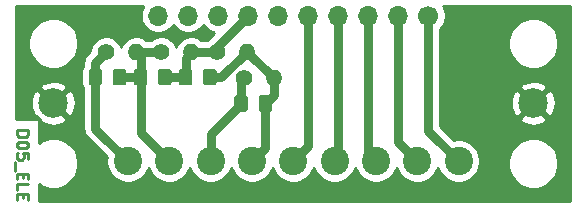
<source format=gbr>
G04 #@! TF.GenerationSoftware,KiCad,Pcbnew,5.1.5-52549c5~86~ubuntu18.04.1*
G04 #@! TF.CreationDate,2020-09-30T17:57:14-05:00*
G04 #@! TF.ProjectId,D05,4430352e-6b69-4636-9164-5f7063625858,rev?*
G04 #@! TF.SameCoordinates,Original*
G04 #@! TF.FileFunction,Copper,L1,Top*
G04 #@! TF.FilePolarity,Positive*
%FSLAX46Y46*%
G04 Gerber Fmt 4.6, Leading zero omitted, Abs format (unit mm)*
G04 Created by KiCad (PCBNEW 5.1.5-52549c5~86~ubuntu18.04.1) date 2020-09-30 17:57:14*
%MOMM*%
%LPD*%
G04 APERTURE LIST*
%ADD10C,0.250000*%
%ADD11C,0.100000*%
%ADD12O,1.400000X1.400000*%
%ADD13C,1.400000*%
%ADD14C,2.400000*%
%ADD15O,1.700000X1.700000*%
%ADD16C,1.700000*%
%ADD17C,2.499360*%
%ADD18C,0.750000*%
%ADD19C,0.254000*%
G04 APERTURE END LIST*
D10*
X20705819Y-31182038D02*
X21705819Y-31182038D01*
X21705819Y-31420133D01*
X21658200Y-31562990D01*
X21562961Y-31658228D01*
X21467723Y-31705847D01*
X21277247Y-31753466D01*
X21134390Y-31753466D01*
X20943914Y-31705847D01*
X20848676Y-31658228D01*
X20753438Y-31562990D01*
X20705819Y-31420133D01*
X20705819Y-31182038D01*
X21705819Y-32372514D02*
X21705819Y-32467752D01*
X21658200Y-32562990D01*
X21610580Y-32610609D01*
X21515342Y-32658228D01*
X21324866Y-32705847D01*
X21086771Y-32705847D01*
X20896295Y-32658228D01*
X20801057Y-32610609D01*
X20753438Y-32562990D01*
X20705819Y-32467752D01*
X20705819Y-32372514D01*
X20753438Y-32277276D01*
X20801057Y-32229657D01*
X20896295Y-32182038D01*
X21086771Y-32134419D01*
X21324866Y-32134419D01*
X21515342Y-32182038D01*
X21610580Y-32229657D01*
X21658200Y-32277276D01*
X21705819Y-32372514D01*
X21705819Y-33610609D02*
X21705819Y-33134419D01*
X21229628Y-33086800D01*
X21277247Y-33134419D01*
X21324866Y-33229657D01*
X21324866Y-33467752D01*
X21277247Y-33562990D01*
X21229628Y-33610609D01*
X21134390Y-33658228D01*
X20896295Y-33658228D01*
X20801057Y-33610609D01*
X20753438Y-33562990D01*
X20705819Y-33467752D01*
X20705819Y-33229657D01*
X20753438Y-33134419D01*
X20801057Y-33086800D01*
X20610580Y-33848704D02*
X20610580Y-34610609D01*
X21229628Y-34848704D02*
X21229628Y-35182038D01*
X20705819Y-35324895D02*
X20705819Y-34848704D01*
X21705819Y-34848704D01*
X21705819Y-35324895D01*
X20705819Y-36229657D02*
X20705819Y-35753466D01*
X21705819Y-35753466D01*
X21229628Y-36562990D02*
X21229628Y-36896323D01*
X20705819Y-37039180D02*
X20705819Y-36562990D01*
X21705819Y-36562990D01*
X21705819Y-37039180D01*
G04 #@! TA.AperFunction,SMDPad,CuDef*
D11*
G36*
X37417105Y-25971204D02*
G01*
X37441373Y-25974804D01*
X37465172Y-25980765D01*
X37488271Y-25989030D01*
X37510450Y-25999520D01*
X37531493Y-26012132D01*
X37551199Y-26026747D01*
X37569377Y-26043223D01*
X37585853Y-26061401D01*
X37600468Y-26081107D01*
X37613080Y-26102150D01*
X37623570Y-26124329D01*
X37631835Y-26147428D01*
X37637796Y-26171227D01*
X37641396Y-26195495D01*
X37642600Y-26219999D01*
X37642600Y-27120001D01*
X37641396Y-27144505D01*
X37637796Y-27168773D01*
X37631835Y-27192572D01*
X37623570Y-27215671D01*
X37613080Y-27237850D01*
X37600468Y-27258893D01*
X37585853Y-27278599D01*
X37569377Y-27296777D01*
X37551199Y-27313253D01*
X37531493Y-27327868D01*
X37510450Y-27340480D01*
X37488271Y-27350970D01*
X37465172Y-27359235D01*
X37441373Y-27365196D01*
X37417105Y-27368796D01*
X37392601Y-27370000D01*
X36742599Y-27370000D01*
X36718095Y-27368796D01*
X36693827Y-27365196D01*
X36670028Y-27359235D01*
X36646929Y-27350970D01*
X36624750Y-27340480D01*
X36603707Y-27327868D01*
X36584001Y-27313253D01*
X36565823Y-27296777D01*
X36549347Y-27278599D01*
X36534732Y-27258893D01*
X36522120Y-27237850D01*
X36511630Y-27215671D01*
X36503365Y-27192572D01*
X36497404Y-27168773D01*
X36493804Y-27144505D01*
X36492600Y-27120001D01*
X36492600Y-26219999D01*
X36493804Y-26195495D01*
X36497404Y-26171227D01*
X36503365Y-26147428D01*
X36511630Y-26124329D01*
X36522120Y-26102150D01*
X36534732Y-26081107D01*
X36549347Y-26061401D01*
X36565823Y-26043223D01*
X36584001Y-26026747D01*
X36603707Y-26012132D01*
X36624750Y-25999520D01*
X36646929Y-25989030D01*
X36670028Y-25980765D01*
X36693827Y-25974804D01*
X36718095Y-25971204D01*
X36742599Y-25970000D01*
X37392601Y-25970000D01*
X37417105Y-25971204D01*
G37*
G04 #@! TD.AperFunction*
G04 #@! TA.AperFunction,SMDPad,CuDef*
G36*
X35367105Y-25971204D02*
G01*
X35391373Y-25974804D01*
X35415172Y-25980765D01*
X35438271Y-25989030D01*
X35460450Y-25999520D01*
X35481493Y-26012132D01*
X35501199Y-26026747D01*
X35519377Y-26043223D01*
X35535853Y-26061401D01*
X35550468Y-26081107D01*
X35563080Y-26102150D01*
X35573570Y-26124329D01*
X35581835Y-26147428D01*
X35587796Y-26171227D01*
X35591396Y-26195495D01*
X35592600Y-26219999D01*
X35592600Y-27120001D01*
X35591396Y-27144505D01*
X35587796Y-27168773D01*
X35581835Y-27192572D01*
X35573570Y-27215671D01*
X35563080Y-27237850D01*
X35550468Y-27258893D01*
X35535853Y-27278599D01*
X35519377Y-27296777D01*
X35501199Y-27313253D01*
X35481493Y-27327868D01*
X35460450Y-27340480D01*
X35438271Y-27350970D01*
X35415172Y-27359235D01*
X35391373Y-27365196D01*
X35367105Y-27368796D01*
X35342601Y-27370000D01*
X34692599Y-27370000D01*
X34668095Y-27368796D01*
X34643827Y-27365196D01*
X34620028Y-27359235D01*
X34596929Y-27350970D01*
X34574750Y-27340480D01*
X34553707Y-27327868D01*
X34534001Y-27313253D01*
X34515823Y-27296777D01*
X34499347Y-27278599D01*
X34484732Y-27258893D01*
X34472120Y-27237850D01*
X34461630Y-27215671D01*
X34453365Y-27192572D01*
X34447404Y-27168773D01*
X34443804Y-27144505D01*
X34442600Y-27120001D01*
X34442600Y-26219999D01*
X34443804Y-26195495D01*
X34447404Y-26171227D01*
X34453365Y-26147428D01*
X34461630Y-26124329D01*
X34472120Y-26102150D01*
X34484732Y-26081107D01*
X34499347Y-26061401D01*
X34515823Y-26043223D01*
X34534001Y-26026747D01*
X34553707Y-26012132D01*
X34574750Y-25999520D01*
X34596929Y-25989030D01*
X34620028Y-25980765D01*
X34643827Y-25974804D01*
X34668095Y-25971204D01*
X34692599Y-25970000D01*
X35342601Y-25970000D01*
X35367105Y-25971204D01*
G37*
G04 #@! TD.AperFunction*
G04 #@! TA.AperFunction,SMDPad,CuDef*
G36*
X33607105Y-25971204D02*
G01*
X33631373Y-25974804D01*
X33655172Y-25980765D01*
X33678271Y-25989030D01*
X33700450Y-25999520D01*
X33721493Y-26012132D01*
X33741199Y-26026747D01*
X33759377Y-26043223D01*
X33775853Y-26061401D01*
X33790468Y-26081107D01*
X33803080Y-26102150D01*
X33813570Y-26124329D01*
X33821835Y-26147428D01*
X33827796Y-26171227D01*
X33831396Y-26195495D01*
X33832600Y-26219999D01*
X33832600Y-27120001D01*
X33831396Y-27144505D01*
X33827796Y-27168773D01*
X33821835Y-27192572D01*
X33813570Y-27215671D01*
X33803080Y-27237850D01*
X33790468Y-27258893D01*
X33775853Y-27278599D01*
X33759377Y-27296777D01*
X33741199Y-27313253D01*
X33721493Y-27327868D01*
X33700450Y-27340480D01*
X33678271Y-27350970D01*
X33655172Y-27359235D01*
X33631373Y-27365196D01*
X33607105Y-27368796D01*
X33582601Y-27370000D01*
X32932599Y-27370000D01*
X32908095Y-27368796D01*
X32883827Y-27365196D01*
X32860028Y-27359235D01*
X32836929Y-27350970D01*
X32814750Y-27340480D01*
X32793707Y-27327868D01*
X32774001Y-27313253D01*
X32755823Y-27296777D01*
X32739347Y-27278599D01*
X32724732Y-27258893D01*
X32712120Y-27237850D01*
X32701630Y-27215671D01*
X32693365Y-27192572D01*
X32687404Y-27168773D01*
X32683804Y-27144505D01*
X32682600Y-27120001D01*
X32682600Y-26219999D01*
X32683804Y-26195495D01*
X32687404Y-26171227D01*
X32693365Y-26147428D01*
X32701630Y-26124329D01*
X32712120Y-26102150D01*
X32724732Y-26081107D01*
X32739347Y-26061401D01*
X32755823Y-26043223D01*
X32774001Y-26026747D01*
X32793707Y-26012132D01*
X32814750Y-25999520D01*
X32836929Y-25989030D01*
X32860028Y-25980765D01*
X32883827Y-25974804D01*
X32908095Y-25971204D01*
X32932599Y-25970000D01*
X33582601Y-25970000D01*
X33607105Y-25971204D01*
G37*
G04 #@! TD.AperFunction*
G04 #@! TA.AperFunction,SMDPad,CuDef*
G36*
X31557105Y-25971204D02*
G01*
X31581373Y-25974804D01*
X31605172Y-25980765D01*
X31628271Y-25989030D01*
X31650450Y-25999520D01*
X31671493Y-26012132D01*
X31691199Y-26026747D01*
X31709377Y-26043223D01*
X31725853Y-26061401D01*
X31740468Y-26081107D01*
X31753080Y-26102150D01*
X31763570Y-26124329D01*
X31771835Y-26147428D01*
X31777796Y-26171227D01*
X31781396Y-26195495D01*
X31782600Y-26219999D01*
X31782600Y-27120001D01*
X31781396Y-27144505D01*
X31777796Y-27168773D01*
X31771835Y-27192572D01*
X31763570Y-27215671D01*
X31753080Y-27237850D01*
X31740468Y-27258893D01*
X31725853Y-27278599D01*
X31709377Y-27296777D01*
X31691199Y-27313253D01*
X31671493Y-27327868D01*
X31650450Y-27340480D01*
X31628271Y-27350970D01*
X31605172Y-27359235D01*
X31581373Y-27365196D01*
X31557105Y-27368796D01*
X31532601Y-27370000D01*
X30882599Y-27370000D01*
X30858095Y-27368796D01*
X30833827Y-27365196D01*
X30810028Y-27359235D01*
X30786929Y-27350970D01*
X30764750Y-27340480D01*
X30743707Y-27327868D01*
X30724001Y-27313253D01*
X30705823Y-27296777D01*
X30689347Y-27278599D01*
X30674732Y-27258893D01*
X30662120Y-27237850D01*
X30651630Y-27215671D01*
X30643365Y-27192572D01*
X30637404Y-27168773D01*
X30633804Y-27144505D01*
X30632600Y-27120001D01*
X30632600Y-26219999D01*
X30633804Y-26195495D01*
X30637404Y-26171227D01*
X30643365Y-26147428D01*
X30651630Y-26124329D01*
X30662120Y-26102150D01*
X30674732Y-26081107D01*
X30689347Y-26061401D01*
X30705823Y-26043223D01*
X30724001Y-26026747D01*
X30743707Y-26012132D01*
X30764750Y-25999520D01*
X30786929Y-25989030D01*
X30810028Y-25980765D01*
X30833827Y-25974804D01*
X30858095Y-25971204D01*
X30882599Y-25970000D01*
X31532601Y-25970000D01*
X31557105Y-25971204D01*
G37*
G04 #@! TD.AperFunction*
G04 #@! TA.AperFunction,SMDPad,CuDef*
G36*
X29771705Y-25971204D02*
G01*
X29795973Y-25974804D01*
X29819772Y-25980765D01*
X29842871Y-25989030D01*
X29865050Y-25999520D01*
X29886093Y-26012132D01*
X29905799Y-26026747D01*
X29923977Y-26043223D01*
X29940453Y-26061401D01*
X29955068Y-26081107D01*
X29967680Y-26102150D01*
X29978170Y-26124329D01*
X29986435Y-26147428D01*
X29992396Y-26171227D01*
X29995996Y-26195495D01*
X29997200Y-26219999D01*
X29997200Y-27120001D01*
X29995996Y-27144505D01*
X29992396Y-27168773D01*
X29986435Y-27192572D01*
X29978170Y-27215671D01*
X29967680Y-27237850D01*
X29955068Y-27258893D01*
X29940453Y-27278599D01*
X29923977Y-27296777D01*
X29905799Y-27313253D01*
X29886093Y-27327868D01*
X29865050Y-27340480D01*
X29842871Y-27350970D01*
X29819772Y-27359235D01*
X29795973Y-27365196D01*
X29771705Y-27368796D01*
X29747201Y-27370000D01*
X29097199Y-27370000D01*
X29072695Y-27368796D01*
X29048427Y-27365196D01*
X29024628Y-27359235D01*
X29001529Y-27350970D01*
X28979350Y-27340480D01*
X28958307Y-27327868D01*
X28938601Y-27313253D01*
X28920423Y-27296777D01*
X28903947Y-27278599D01*
X28889332Y-27258893D01*
X28876720Y-27237850D01*
X28866230Y-27215671D01*
X28857965Y-27192572D01*
X28852004Y-27168773D01*
X28848404Y-27144505D01*
X28847200Y-27120001D01*
X28847200Y-26219999D01*
X28848404Y-26195495D01*
X28852004Y-26171227D01*
X28857965Y-26147428D01*
X28866230Y-26124329D01*
X28876720Y-26102150D01*
X28889332Y-26081107D01*
X28903947Y-26061401D01*
X28920423Y-26043223D01*
X28938601Y-26026747D01*
X28958307Y-26012132D01*
X28979350Y-25999520D01*
X29001529Y-25989030D01*
X29024628Y-25980765D01*
X29048427Y-25974804D01*
X29072695Y-25971204D01*
X29097199Y-25970000D01*
X29747201Y-25970000D01*
X29771705Y-25971204D01*
G37*
G04 #@! TD.AperFunction*
G04 #@! TA.AperFunction,SMDPad,CuDef*
G36*
X27721705Y-25971204D02*
G01*
X27745973Y-25974804D01*
X27769772Y-25980765D01*
X27792871Y-25989030D01*
X27815050Y-25999520D01*
X27836093Y-26012132D01*
X27855799Y-26026747D01*
X27873977Y-26043223D01*
X27890453Y-26061401D01*
X27905068Y-26081107D01*
X27917680Y-26102150D01*
X27928170Y-26124329D01*
X27936435Y-26147428D01*
X27942396Y-26171227D01*
X27945996Y-26195495D01*
X27947200Y-26219999D01*
X27947200Y-27120001D01*
X27945996Y-27144505D01*
X27942396Y-27168773D01*
X27936435Y-27192572D01*
X27928170Y-27215671D01*
X27917680Y-27237850D01*
X27905068Y-27258893D01*
X27890453Y-27278599D01*
X27873977Y-27296777D01*
X27855799Y-27313253D01*
X27836093Y-27327868D01*
X27815050Y-27340480D01*
X27792871Y-27350970D01*
X27769772Y-27359235D01*
X27745973Y-27365196D01*
X27721705Y-27368796D01*
X27697201Y-27370000D01*
X27047199Y-27370000D01*
X27022695Y-27368796D01*
X26998427Y-27365196D01*
X26974628Y-27359235D01*
X26951529Y-27350970D01*
X26929350Y-27340480D01*
X26908307Y-27327868D01*
X26888601Y-27313253D01*
X26870423Y-27296777D01*
X26853947Y-27278599D01*
X26839332Y-27258893D01*
X26826720Y-27237850D01*
X26816230Y-27215671D01*
X26807965Y-27192572D01*
X26802004Y-27168773D01*
X26798404Y-27144505D01*
X26797200Y-27120001D01*
X26797200Y-26219999D01*
X26798404Y-26195495D01*
X26802004Y-26171227D01*
X26807965Y-26147428D01*
X26816230Y-26124329D01*
X26826720Y-26102150D01*
X26839332Y-26081107D01*
X26853947Y-26061401D01*
X26870423Y-26043223D01*
X26888601Y-26026747D01*
X26908307Y-26012132D01*
X26929350Y-25999520D01*
X26951529Y-25989030D01*
X26974628Y-25980765D01*
X26998427Y-25974804D01*
X27022695Y-25971204D01*
X27047199Y-25970000D01*
X27697201Y-25970000D01*
X27721705Y-25971204D01*
G37*
G04 #@! TD.AperFunction*
G04 #@! TA.AperFunction,SMDPad,CuDef*
G36*
X42116105Y-28206404D02*
G01*
X42140373Y-28210004D01*
X42164172Y-28215965D01*
X42187271Y-28224230D01*
X42209450Y-28234720D01*
X42230493Y-28247332D01*
X42250199Y-28261947D01*
X42268377Y-28278423D01*
X42284853Y-28296601D01*
X42299468Y-28316307D01*
X42312080Y-28337350D01*
X42322570Y-28359529D01*
X42330835Y-28382628D01*
X42336796Y-28406427D01*
X42340396Y-28430695D01*
X42341600Y-28455199D01*
X42341600Y-29355201D01*
X42340396Y-29379705D01*
X42336796Y-29403973D01*
X42330835Y-29427772D01*
X42322570Y-29450871D01*
X42312080Y-29473050D01*
X42299468Y-29494093D01*
X42284853Y-29513799D01*
X42268377Y-29531977D01*
X42250199Y-29548453D01*
X42230493Y-29563068D01*
X42209450Y-29575680D01*
X42187271Y-29586170D01*
X42164172Y-29594435D01*
X42140373Y-29600396D01*
X42116105Y-29603996D01*
X42091601Y-29605200D01*
X41441599Y-29605200D01*
X41417095Y-29603996D01*
X41392827Y-29600396D01*
X41369028Y-29594435D01*
X41345929Y-29586170D01*
X41323750Y-29575680D01*
X41302707Y-29563068D01*
X41283001Y-29548453D01*
X41264823Y-29531977D01*
X41248347Y-29513799D01*
X41233732Y-29494093D01*
X41221120Y-29473050D01*
X41210630Y-29450871D01*
X41202365Y-29427772D01*
X41196404Y-29403973D01*
X41192804Y-29379705D01*
X41191600Y-29355201D01*
X41191600Y-28455199D01*
X41192804Y-28430695D01*
X41196404Y-28406427D01*
X41202365Y-28382628D01*
X41210630Y-28359529D01*
X41221120Y-28337350D01*
X41233732Y-28316307D01*
X41248347Y-28296601D01*
X41264823Y-28278423D01*
X41283001Y-28261947D01*
X41302707Y-28247332D01*
X41323750Y-28234720D01*
X41345929Y-28224230D01*
X41369028Y-28215965D01*
X41392827Y-28210004D01*
X41417095Y-28206404D01*
X41441599Y-28205200D01*
X42091601Y-28205200D01*
X42116105Y-28206404D01*
G37*
G04 #@! TD.AperFunction*
G04 #@! TA.AperFunction,SMDPad,CuDef*
G36*
X40066105Y-28206404D02*
G01*
X40090373Y-28210004D01*
X40114172Y-28215965D01*
X40137271Y-28224230D01*
X40159450Y-28234720D01*
X40180493Y-28247332D01*
X40200199Y-28261947D01*
X40218377Y-28278423D01*
X40234853Y-28296601D01*
X40249468Y-28316307D01*
X40262080Y-28337350D01*
X40272570Y-28359529D01*
X40280835Y-28382628D01*
X40286796Y-28406427D01*
X40290396Y-28430695D01*
X40291600Y-28455199D01*
X40291600Y-29355201D01*
X40290396Y-29379705D01*
X40286796Y-29403973D01*
X40280835Y-29427772D01*
X40272570Y-29450871D01*
X40262080Y-29473050D01*
X40249468Y-29494093D01*
X40234853Y-29513799D01*
X40218377Y-29531977D01*
X40200199Y-29548453D01*
X40180493Y-29563068D01*
X40159450Y-29575680D01*
X40137271Y-29586170D01*
X40114172Y-29594435D01*
X40090373Y-29600396D01*
X40066105Y-29603996D01*
X40041601Y-29605200D01*
X39391599Y-29605200D01*
X39367095Y-29603996D01*
X39342827Y-29600396D01*
X39319028Y-29594435D01*
X39295929Y-29586170D01*
X39273750Y-29575680D01*
X39252707Y-29563068D01*
X39233001Y-29548453D01*
X39214823Y-29531977D01*
X39198347Y-29513799D01*
X39183732Y-29494093D01*
X39171120Y-29473050D01*
X39160630Y-29450871D01*
X39152365Y-29427772D01*
X39146404Y-29403973D01*
X39142804Y-29379705D01*
X39141600Y-29355201D01*
X39141600Y-28455199D01*
X39142804Y-28430695D01*
X39146404Y-28406427D01*
X39152365Y-28382628D01*
X39160630Y-28359529D01*
X39171120Y-28337350D01*
X39183732Y-28316307D01*
X39198347Y-28296601D01*
X39214823Y-28278423D01*
X39233001Y-28261947D01*
X39252707Y-28247332D01*
X39273750Y-28234720D01*
X39295929Y-28224230D01*
X39319028Y-28215965D01*
X39342827Y-28210004D01*
X39367095Y-28206404D01*
X39391599Y-28205200D01*
X40041601Y-28205200D01*
X40066105Y-28206404D01*
G37*
G04 #@! TD.AperFunction*
D12*
X40182800Y-24536400D03*
D13*
X37642800Y-24536400D03*
D12*
X35509200Y-24536400D03*
D13*
X32969200Y-24536400D03*
D12*
X30835600Y-24536400D03*
D13*
X28295600Y-24536400D03*
D12*
X42468800Y-26771600D03*
D13*
X39928800Y-26771600D03*
D14*
X58130000Y-33782000D03*
X54630000Y-33782000D03*
X51130000Y-33782000D03*
X47630000Y-33782000D03*
X44130000Y-33782000D03*
X40630000Y-33782000D03*
X37130000Y-33782000D03*
X33630000Y-33782000D03*
X30130000Y-33782000D03*
D15*
X32700000Y-21463000D03*
X35240000Y-21463000D03*
X37780000Y-21463000D03*
X40320000Y-21463000D03*
X42860000Y-21463000D03*
X45400000Y-21463000D03*
X47940000Y-21463000D03*
X50480000Y-21463000D03*
X53020000Y-21463000D03*
D16*
X55560000Y-21463000D03*
D17*
X64450000Y-28890000D03*
X23810000Y-28890000D03*
D18*
X38049200Y-26670000D02*
X37067600Y-26670000D01*
X40182800Y-24536400D02*
X38049200Y-26670000D01*
X42468800Y-28203000D02*
X41766600Y-28905200D01*
X42468800Y-26771600D02*
X42468800Y-28203000D01*
X37780000Y-21463000D02*
X37780000Y-21732200D01*
X40233600Y-24536400D02*
X42468800Y-26771600D01*
X40182800Y-24536400D02*
X40233600Y-24536400D01*
X41766600Y-32645400D02*
X40630000Y-33782000D01*
X41766600Y-28905200D02*
X41766600Y-32645400D01*
X37642800Y-24140200D02*
X40320000Y-21463000D01*
X37642800Y-24536400D02*
X37642800Y-24140200D01*
X33257600Y-26670000D02*
X35017600Y-26670000D01*
X35017600Y-25028000D02*
X35509200Y-24536400D01*
X35017600Y-26670000D02*
X35017600Y-25028000D01*
X35509200Y-24536400D02*
X37642800Y-24536400D01*
X45400000Y-32512000D02*
X45400000Y-21463000D01*
X44130000Y-33782000D02*
X45400000Y-32512000D01*
X47940000Y-33472000D02*
X47630000Y-33782000D01*
X47940000Y-21463000D02*
X47940000Y-33472000D01*
X50480000Y-33132000D02*
X51130000Y-33782000D01*
X50480000Y-21463000D02*
X50480000Y-33132000D01*
X53020000Y-32172000D02*
X54630000Y-33782000D01*
X53020000Y-21463000D02*
X53020000Y-32172000D01*
X55560000Y-31212000D02*
X58130000Y-33782000D01*
X55560000Y-21463000D02*
X55560000Y-31212000D01*
X39716600Y-26983800D02*
X39928800Y-26771600D01*
X39716600Y-28905200D02*
X39716600Y-26983800D01*
X37130000Y-31491800D02*
X39716600Y-28905200D01*
X37130000Y-33782000D02*
X37130000Y-31491800D01*
X31207600Y-24908400D02*
X30835600Y-24536400D01*
X31207600Y-26670000D02*
X31207600Y-24908400D01*
X29422200Y-26670000D02*
X31207600Y-26670000D01*
X32969200Y-24536400D02*
X30835600Y-24536400D01*
X31207600Y-31359600D02*
X33630000Y-33782000D01*
X31207600Y-26670000D02*
X31207600Y-31359600D01*
X27372200Y-25459800D02*
X28295600Y-24536400D01*
X27372200Y-26670000D02*
X27372200Y-25459800D01*
X27372200Y-31024200D02*
X27372200Y-26670000D01*
X30130000Y-33782000D02*
X27372200Y-31024200D01*
D19*
G36*
X31384010Y-20759589D02*
G01*
X31272068Y-21029842D01*
X31215000Y-21316740D01*
X31215000Y-21609260D01*
X31272068Y-21896158D01*
X31384010Y-22166411D01*
X31546525Y-22409632D01*
X31753368Y-22616475D01*
X31996589Y-22778990D01*
X32266842Y-22890932D01*
X32553740Y-22948000D01*
X32846260Y-22948000D01*
X33133158Y-22890932D01*
X33403411Y-22778990D01*
X33646632Y-22616475D01*
X33853475Y-22409632D01*
X33970000Y-22235240D01*
X34086525Y-22409632D01*
X34293368Y-22616475D01*
X34536589Y-22778990D01*
X34806842Y-22890932D01*
X35093740Y-22948000D01*
X35386260Y-22948000D01*
X35673158Y-22890932D01*
X35943411Y-22778990D01*
X36186632Y-22616475D01*
X36393475Y-22409632D01*
X36510000Y-22235240D01*
X36626525Y-22409632D01*
X36833368Y-22616475D01*
X37076589Y-22778990D01*
X37346842Y-22890932D01*
X37444323Y-22910322D01*
X36982911Y-23371734D01*
X36791787Y-23499438D01*
X36764825Y-23526400D01*
X36387175Y-23526400D01*
X36360213Y-23499438D01*
X36141559Y-23353339D01*
X35898605Y-23252704D01*
X35640686Y-23201400D01*
X35377714Y-23201400D01*
X35119795Y-23252704D01*
X34876841Y-23353339D01*
X34658187Y-23499438D01*
X34472238Y-23685387D01*
X34326139Y-23904041D01*
X34239200Y-24113930D01*
X34152261Y-23904041D01*
X34006162Y-23685387D01*
X33820213Y-23499438D01*
X33601559Y-23353339D01*
X33358605Y-23252704D01*
X33100686Y-23201400D01*
X32837714Y-23201400D01*
X32579795Y-23252704D01*
X32336841Y-23353339D01*
X32118187Y-23499438D01*
X32091225Y-23526400D01*
X31713575Y-23526400D01*
X31686613Y-23499438D01*
X31467959Y-23353339D01*
X31225005Y-23252704D01*
X30967086Y-23201400D01*
X30704114Y-23201400D01*
X30446195Y-23252704D01*
X30203241Y-23353339D01*
X29984587Y-23499438D01*
X29798638Y-23685387D01*
X29652539Y-23904041D01*
X29565600Y-24113930D01*
X29478661Y-23904041D01*
X29332562Y-23685387D01*
X29146613Y-23499438D01*
X28927959Y-23353339D01*
X28685005Y-23252704D01*
X28427086Y-23201400D01*
X28164114Y-23201400D01*
X27906195Y-23252704D01*
X27663241Y-23353339D01*
X27444587Y-23499438D01*
X27258638Y-23685387D01*
X27112539Y-23904041D01*
X27011904Y-24146995D01*
X26960600Y-24404914D01*
X26960600Y-24443045D01*
X26693101Y-24710544D01*
X26654568Y-24742167D01*
X26622945Y-24780700D01*
X26622944Y-24780701D01*
X26528354Y-24895960D01*
X26434568Y-25071421D01*
X26376815Y-25261806D01*
X26357314Y-25459800D01*
X26362201Y-25509417D01*
X26362201Y-25661538D01*
X26308795Y-25726613D01*
X26226728Y-25880149D01*
X26176192Y-26046745D01*
X26159128Y-26219999D01*
X26159128Y-27120001D01*
X26176192Y-27293255D01*
X26226728Y-27459851D01*
X26308795Y-27613387D01*
X26362201Y-27678462D01*
X26362200Y-30974592D01*
X26357314Y-31024200D01*
X26376815Y-31222194D01*
X26408958Y-31328154D01*
X26434568Y-31412579D01*
X26528353Y-31588040D01*
X26654567Y-31741833D01*
X26693106Y-31773461D01*
X28332481Y-33412836D01*
X28295000Y-33601268D01*
X28295000Y-33962732D01*
X28365518Y-34317250D01*
X28503844Y-34651199D01*
X28704662Y-34951744D01*
X28960256Y-35207338D01*
X29260801Y-35408156D01*
X29594750Y-35546482D01*
X29949268Y-35617000D01*
X30310732Y-35617000D01*
X30665250Y-35546482D01*
X30999199Y-35408156D01*
X31299744Y-35207338D01*
X31555338Y-34951744D01*
X31756156Y-34651199D01*
X31880000Y-34352213D01*
X32003844Y-34651199D01*
X32204662Y-34951744D01*
X32460256Y-35207338D01*
X32760801Y-35408156D01*
X33094750Y-35546482D01*
X33449268Y-35617000D01*
X33810732Y-35617000D01*
X34165250Y-35546482D01*
X34499199Y-35408156D01*
X34799744Y-35207338D01*
X35055338Y-34951744D01*
X35256156Y-34651199D01*
X35380000Y-34352213D01*
X35503844Y-34651199D01*
X35704662Y-34951744D01*
X35960256Y-35207338D01*
X36260801Y-35408156D01*
X36594750Y-35546482D01*
X36949268Y-35617000D01*
X37310732Y-35617000D01*
X37665250Y-35546482D01*
X37999199Y-35408156D01*
X38299744Y-35207338D01*
X38555338Y-34951744D01*
X38756156Y-34651199D01*
X38880000Y-34352213D01*
X39003844Y-34651199D01*
X39204662Y-34951744D01*
X39460256Y-35207338D01*
X39760801Y-35408156D01*
X40094750Y-35546482D01*
X40449268Y-35617000D01*
X40810732Y-35617000D01*
X41165250Y-35546482D01*
X41499199Y-35408156D01*
X41799744Y-35207338D01*
X42055338Y-34951744D01*
X42256156Y-34651199D01*
X42380000Y-34352213D01*
X42503844Y-34651199D01*
X42704662Y-34951744D01*
X42960256Y-35207338D01*
X43260801Y-35408156D01*
X43594750Y-35546482D01*
X43949268Y-35617000D01*
X44310732Y-35617000D01*
X44665250Y-35546482D01*
X44999199Y-35408156D01*
X45299744Y-35207338D01*
X45555338Y-34951744D01*
X45756156Y-34651199D01*
X45880000Y-34352213D01*
X46003844Y-34651199D01*
X46204662Y-34951744D01*
X46460256Y-35207338D01*
X46760801Y-35408156D01*
X47094750Y-35546482D01*
X47449268Y-35617000D01*
X47810732Y-35617000D01*
X48165250Y-35546482D01*
X48499199Y-35408156D01*
X48799744Y-35207338D01*
X49055338Y-34951744D01*
X49256156Y-34651199D01*
X49380000Y-34352213D01*
X49503844Y-34651199D01*
X49704662Y-34951744D01*
X49960256Y-35207338D01*
X50260801Y-35408156D01*
X50594750Y-35546482D01*
X50949268Y-35617000D01*
X51310732Y-35617000D01*
X51665250Y-35546482D01*
X51999199Y-35408156D01*
X52299744Y-35207338D01*
X52555338Y-34951744D01*
X52756156Y-34651199D01*
X52880000Y-34352213D01*
X53003844Y-34651199D01*
X53204662Y-34951744D01*
X53460256Y-35207338D01*
X53760801Y-35408156D01*
X54094750Y-35546482D01*
X54449268Y-35617000D01*
X54810732Y-35617000D01*
X55165250Y-35546482D01*
X55499199Y-35408156D01*
X55799744Y-35207338D01*
X56055338Y-34951744D01*
X56256156Y-34651199D01*
X56380000Y-34352213D01*
X56503844Y-34651199D01*
X56704662Y-34951744D01*
X56960256Y-35207338D01*
X57260801Y-35408156D01*
X57594750Y-35546482D01*
X57949268Y-35617000D01*
X58310732Y-35617000D01*
X58665250Y-35546482D01*
X58999199Y-35408156D01*
X59299744Y-35207338D01*
X59555338Y-34951744D01*
X59756156Y-34651199D01*
X59894482Y-34317250D01*
X59965000Y-33962732D01*
X59965000Y-33759721D01*
X62315000Y-33759721D01*
X62315000Y-34180279D01*
X62397047Y-34592756D01*
X62557988Y-34981302D01*
X62791637Y-35330983D01*
X63089017Y-35628363D01*
X63438698Y-35862012D01*
X63827244Y-36022953D01*
X64239721Y-36105000D01*
X64660279Y-36105000D01*
X65072756Y-36022953D01*
X65461302Y-35862012D01*
X65810983Y-35628363D01*
X66108363Y-35330983D01*
X66342012Y-34981302D01*
X66502953Y-34592756D01*
X66585000Y-34180279D01*
X66585000Y-33759721D01*
X66502953Y-33347244D01*
X66342012Y-32958698D01*
X66108363Y-32609017D01*
X65810983Y-32311637D01*
X65461302Y-32077988D01*
X65072756Y-31917047D01*
X64660279Y-31835000D01*
X64239721Y-31835000D01*
X63827244Y-31917047D01*
X63438698Y-32077988D01*
X63089017Y-32311637D01*
X62791637Y-32609017D01*
X62557988Y-32958698D01*
X62397047Y-33347244D01*
X62315000Y-33759721D01*
X59965000Y-33759721D01*
X59965000Y-33601268D01*
X59894482Y-33246750D01*
X59756156Y-32912801D01*
X59555338Y-32612256D01*
X59299744Y-32356662D01*
X58999199Y-32155844D01*
X58665250Y-32017518D01*
X58310732Y-31947000D01*
X57949268Y-31947000D01*
X57760837Y-31984481D01*
X56570000Y-30793645D01*
X56570000Y-30203377D01*
X63316229Y-30203377D01*
X63442104Y-30493315D01*
X63774262Y-30659139D01*
X64132387Y-30756975D01*
X64502719Y-30783065D01*
X64871025Y-30736405D01*
X65223151Y-30618789D01*
X65457896Y-30493315D01*
X65583771Y-30203377D01*
X64450000Y-29069605D01*
X63316229Y-30203377D01*
X56570000Y-30203377D01*
X56570000Y-28942719D01*
X62556935Y-28942719D01*
X62603595Y-29311025D01*
X62721211Y-29663151D01*
X62846685Y-29897896D01*
X63136623Y-30023771D01*
X64270395Y-28890000D01*
X64629605Y-28890000D01*
X65763377Y-30023771D01*
X66053315Y-29897896D01*
X66219139Y-29565738D01*
X66316975Y-29207613D01*
X66343065Y-28837281D01*
X66296405Y-28468975D01*
X66178789Y-28116849D01*
X66053315Y-27882104D01*
X65763377Y-27756229D01*
X64629605Y-28890000D01*
X64270395Y-28890000D01*
X63136623Y-27756229D01*
X62846685Y-27882104D01*
X62680861Y-28214262D01*
X62583025Y-28572387D01*
X62556935Y-28942719D01*
X56570000Y-28942719D01*
X56570000Y-27576623D01*
X63316229Y-27576623D01*
X64450000Y-28710395D01*
X65583771Y-27576623D01*
X65457896Y-27286685D01*
X65125738Y-27120861D01*
X64767613Y-27023025D01*
X64397281Y-26996935D01*
X64028975Y-27043595D01*
X63676849Y-27161211D01*
X63442104Y-27286685D01*
X63316229Y-27576623D01*
X56570000Y-27576623D01*
X56570000Y-23599721D01*
X62315000Y-23599721D01*
X62315000Y-24020279D01*
X62397047Y-24432756D01*
X62557988Y-24821302D01*
X62791637Y-25170983D01*
X63089017Y-25468363D01*
X63438698Y-25702012D01*
X63827244Y-25862953D01*
X64239721Y-25945000D01*
X64660279Y-25945000D01*
X65072756Y-25862953D01*
X65461302Y-25702012D01*
X65810983Y-25468363D01*
X66108363Y-25170983D01*
X66342012Y-24821302D01*
X66502953Y-24432756D01*
X66585000Y-24020279D01*
X66585000Y-23599721D01*
X66502953Y-23187244D01*
X66342012Y-22798698D01*
X66108363Y-22449017D01*
X65810983Y-22151637D01*
X65461302Y-21917988D01*
X65072756Y-21757047D01*
X64660279Y-21675000D01*
X64239721Y-21675000D01*
X63827244Y-21757047D01*
X63438698Y-21917988D01*
X63089017Y-22151637D01*
X62791637Y-22449017D01*
X62557988Y-22798698D01*
X62397047Y-23187244D01*
X62315000Y-23599721D01*
X56570000Y-23599721D01*
X56570000Y-22553107D01*
X56713475Y-22409632D01*
X56875990Y-22166411D01*
X56987932Y-21896158D01*
X57045000Y-21609260D01*
X57045000Y-21316740D01*
X56987932Y-21029842D01*
X56875990Y-20759589D01*
X56809447Y-20660000D01*
X67566375Y-20660000D01*
X67600000Y-24386782D01*
X67600001Y-37120000D01*
X22575700Y-37120000D01*
X22575700Y-35713010D01*
X22798698Y-35862012D01*
X23187244Y-36022953D01*
X23599721Y-36105000D01*
X24020279Y-36105000D01*
X24432756Y-36022953D01*
X24821302Y-35862012D01*
X25170983Y-35628363D01*
X25468363Y-35330983D01*
X25702012Y-34981302D01*
X25862953Y-34592756D01*
X25945000Y-34180279D01*
X25945000Y-33759721D01*
X25862953Y-33347244D01*
X25702012Y-32958698D01*
X25468363Y-32609017D01*
X25170983Y-32311637D01*
X24821302Y-32077988D01*
X24432756Y-31917047D01*
X24020279Y-31835000D01*
X23599721Y-31835000D01*
X23187244Y-31917047D01*
X22798698Y-32077988D01*
X22575700Y-32226990D01*
X22575700Y-30303908D01*
X22676230Y-30203378D01*
X22802104Y-30493315D01*
X23134262Y-30659139D01*
X23492387Y-30756975D01*
X23862719Y-30783065D01*
X24231025Y-30736405D01*
X24583151Y-30618789D01*
X24817896Y-30493315D01*
X24943771Y-30203377D01*
X23810000Y-29069605D01*
X23795858Y-29083748D01*
X23616252Y-28904142D01*
X23630395Y-28890000D01*
X23989605Y-28890000D01*
X25123377Y-30023771D01*
X25413315Y-29897896D01*
X25579139Y-29565738D01*
X25676975Y-29207613D01*
X25703065Y-28837281D01*
X25656405Y-28468975D01*
X25538789Y-28116849D01*
X25413315Y-27882104D01*
X25123377Y-27756229D01*
X23989605Y-28890000D01*
X23630395Y-28890000D01*
X22496623Y-27756229D01*
X22206685Y-27882104D01*
X22040861Y-28214262D01*
X21943025Y-28572387D01*
X21916935Y-28942719D01*
X21963595Y-29311025D01*
X22081211Y-29663151D01*
X22206685Y-29897896D01*
X22496622Y-30023770D01*
X22381512Y-30138880D01*
X22426575Y-30183943D01*
X20660000Y-30183943D01*
X20660000Y-27576623D01*
X22676229Y-27576623D01*
X23810000Y-28710395D01*
X24943771Y-27576623D01*
X24817896Y-27286685D01*
X24485738Y-27120861D01*
X24127613Y-27023025D01*
X23757281Y-26996935D01*
X23388975Y-27043595D01*
X23036849Y-27161211D01*
X22802104Y-27286685D01*
X22676229Y-27576623D01*
X20660000Y-27576623D01*
X20660000Y-23599721D01*
X21675000Y-23599721D01*
X21675000Y-24020279D01*
X21757047Y-24432756D01*
X21917988Y-24821302D01*
X22151637Y-25170983D01*
X22449017Y-25468363D01*
X22798698Y-25702012D01*
X23187244Y-25862953D01*
X23599721Y-25945000D01*
X24020279Y-25945000D01*
X24432756Y-25862953D01*
X24821302Y-25702012D01*
X25170983Y-25468363D01*
X25468363Y-25170983D01*
X25702012Y-24821302D01*
X25862953Y-24432756D01*
X25945000Y-24020279D01*
X25945000Y-23599721D01*
X25862953Y-23187244D01*
X25702012Y-22798698D01*
X25468363Y-22449017D01*
X25170983Y-22151637D01*
X24821302Y-21917988D01*
X24432756Y-21757047D01*
X24020279Y-21675000D01*
X23599721Y-21675000D01*
X23187244Y-21757047D01*
X22798698Y-21917988D01*
X22449017Y-22151637D01*
X22151637Y-22449017D01*
X21917988Y-22798698D01*
X21757047Y-23187244D01*
X21675000Y-23599721D01*
X20660000Y-23599721D01*
X20660000Y-20660000D01*
X31450553Y-20660000D01*
X31384010Y-20759589D01*
G37*
X31384010Y-20759589D02*
X31272068Y-21029842D01*
X31215000Y-21316740D01*
X31215000Y-21609260D01*
X31272068Y-21896158D01*
X31384010Y-22166411D01*
X31546525Y-22409632D01*
X31753368Y-22616475D01*
X31996589Y-22778990D01*
X32266842Y-22890932D01*
X32553740Y-22948000D01*
X32846260Y-22948000D01*
X33133158Y-22890932D01*
X33403411Y-22778990D01*
X33646632Y-22616475D01*
X33853475Y-22409632D01*
X33970000Y-22235240D01*
X34086525Y-22409632D01*
X34293368Y-22616475D01*
X34536589Y-22778990D01*
X34806842Y-22890932D01*
X35093740Y-22948000D01*
X35386260Y-22948000D01*
X35673158Y-22890932D01*
X35943411Y-22778990D01*
X36186632Y-22616475D01*
X36393475Y-22409632D01*
X36510000Y-22235240D01*
X36626525Y-22409632D01*
X36833368Y-22616475D01*
X37076589Y-22778990D01*
X37346842Y-22890932D01*
X37444323Y-22910322D01*
X36982911Y-23371734D01*
X36791787Y-23499438D01*
X36764825Y-23526400D01*
X36387175Y-23526400D01*
X36360213Y-23499438D01*
X36141559Y-23353339D01*
X35898605Y-23252704D01*
X35640686Y-23201400D01*
X35377714Y-23201400D01*
X35119795Y-23252704D01*
X34876841Y-23353339D01*
X34658187Y-23499438D01*
X34472238Y-23685387D01*
X34326139Y-23904041D01*
X34239200Y-24113930D01*
X34152261Y-23904041D01*
X34006162Y-23685387D01*
X33820213Y-23499438D01*
X33601559Y-23353339D01*
X33358605Y-23252704D01*
X33100686Y-23201400D01*
X32837714Y-23201400D01*
X32579795Y-23252704D01*
X32336841Y-23353339D01*
X32118187Y-23499438D01*
X32091225Y-23526400D01*
X31713575Y-23526400D01*
X31686613Y-23499438D01*
X31467959Y-23353339D01*
X31225005Y-23252704D01*
X30967086Y-23201400D01*
X30704114Y-23201400D01*
X30446195Y-23252704D01*
X30203241Y-23353339D01*
X29984587Y-23499438D01*
X29798638Y-23685387D01*
X29652539Y-23904041D01*
X29565600Y-24113930D01*
X29478661Y-23904041D01*
X29332562Y-23685387D01*
X29146613Y-23499438D01*
X28927959Y-23353339D01*
X28685005Y-23252704D01*
X28427086Y-23201400D01*
X28164114Y-23201400D01*
X27906195Y-23252704D01*
X27663241Y-23353339D01*
X27444587Y-23499438D01*
X27258638Y-23685387D01*
X27112539Y-23904041D01*
X27011904Y-24146995D01*
X26960600Y-24404914D01*
X26960600Y-24443045D01*
X26693101Y-24710544D01*
X26654568Y-24742167D01*
X26622945Y-24780700D01*
X26622944Y-24780701D01*
X26528354Y-24895960D01*
X26434568Y-25071421D01*
X26376815Y-25261806D01*
X26357314Y-25459800D01*
X26362201Y-25509417D01*
X26362201Y-25661538D01*
X26308795Y-25726613D01*
X26226728Y-25880149D01*
X26176192Y-26046745D01*
X26159128Y-26219999D01*
X26159128Y-27120001D01*
X26176192Y-27293255D01*
X26226728Y-27459851D01*
X26308795Y-27613387D01*
X26362201Y-27678462D01*
X26362200Y-30974592D01*
X26357314Y-31024200D01*
X26376815Y-31222194D01*
X26408958Y-31328154D01*
X26434568Y-31412579D01*
X26528353Y-31588040D01*
X26654567Y-31741833D01*
X26693106Y-31773461D01*
X28332481Y-33412836D01*
X28295000Y-33601268D01*
X28295000Y-33962732D01*
X28365518Y-34317250D01*
X28503844Y-34651199D01*
X28704662Y-34951744D01*
X28960256Y-35207338D01*
X29260801Y-35408156D01*
X29594750Y-35546482D01*
X29949268Y-35617000D01*
X30310732Y-35617000D01*
X30665250Y-35546482D01*
X30999199Y-35408156D01*
X31299744Y-35207338D01*
X31555338Y-34951744D01*
X31756156Y-34651199D01*
X31880000Y-34352213D01*
X32003844Y-34651199D01*
X32204662Y-34951744D01*
X32460256Y-35207338D01*
X32760801Y-35408156D01*
X33094750Y-35546482D01*
X33449268Y-35617000D01*
X33810732Y-35617000D01*
X34165250Y-35546482D01*
X34499199Y-35408156D01*
X34799744Y-35207338D01*
X35055338Y-34951744D01*
X35256156Y-34651199D01*
X35380000Y-34352213D01*
X35503844Y-34651199D01*
X35704662Y-34951744D01*
X35960256Y-35207338D01*
X36260801Y-35408156D01*
X36594750Y-35546482D01*
X36949268Y-35617000D01*
X37310732Y-35617000D01*
X37665250Y-35546482D01*
X37999199Y-35408156D01*
X38299744Y-35207338D01*
X38555338Y-34951744D01*
X38756156Y-34651199D01*
X38880000Y-34352213D01*
X39003844Y-34651199D01*
X39204662Y-34951744D01*
X39460256Y-35207338D01*
X39760801Y-35408156D01*
X40094750Y-35546482D01*
X40449268Y-35617000D01*
X40810732Y-35617000D01*
X41165250Y-35546482D01*
X41499199Y-35408156D01*
X41799744Y-35207338D01*
X42055338Y-34951744D01*
X42256156Y-34651199D01*
X42380000Y-34352213D01*
X42503844Y-34651199D01*
X42704662Y-34951744D01*
X42960256Y-35207338D01*
X43260801Y-35408156D01*
X43594750Y-35546482D01*
X43949268Y-35617000D01*
X44310732Y-35617000D01*
X44665250Y-35546482D01*
X44999199Y-35408156D01*
X45299744Y-35207338D01*
X45555338Y-34951744D01*
X45756156Y-34651199D01*
X45880000Y-34352213D01*
X46003844Y-34651199D01*
X46204662Y-34951744D01*
X46460256Y-35207338D01*
X46760801Y-35408156D01*
X47094750Y-35546482D01*
X47449268Y-35617000D01*
X47810732Y-35617000D01*
X48165250Y-35546482D01*
X48499199Y-35408156D01*
X48799744Y-35207338D01*
X49055338Y-34951744D01*
X49256156Y-34651199D01*
X49380000Y-34352213D01*
X49503844Y-34651199D01*
X49704662Y-34951744D01*
X49960256Y-35207338D01*
X50260801Y-35408156D01*
X50594750Y-35546482D01*
X50949268Y-35617000D01*
X51310732Y-35617000D01*
X51665250Y-35546482D01*
X51999199Y-35408156D01*
X52299744Y-35207338D01*
X52555338Y-34951744D01*
X52756156Y-34651199D01*
X52880000Y-34352213D01*
X53003844Y-34651199D01*
X53204662Y-34951744D01*
X53460256Y-35207338D01*
X53760801Y-35408156D01*
X54094750Y-35546482D01*
X54449268Y-35617000D01*
X54810732Y-35617000D01*
X55165250Y-35546482D01*
X55499199Y-35408156D01*
X55799744Y-35207338D01*
X56055338Y-34951744D01*
X56256156Y-34651199D01*
X56380000Y-34352213D01*
X56503844Y-34651199D01*
X56704662Y-34951744D01*
X56960256Y-35207338D01*
X57260801Y-35408156D01*
X57594750Y-35546482D01*
X57949268Y-35617000D01*
X58310732Y-35617000D01*
X58665250Y-35546482D01*
X58999199Y-35408156D01*
X59299744Y-35207338D01*
X59555338Y-34951744D01*
X59756156Y-34651199D01*
X59894482Y-34317250D01*
X59965000Y-33962732D01*
X59965000Y-33759721D01*
X62315000Y-33759721D01*
X62315000Y-34180279D01*
X62397047Y-34592756D01*
X62557988Y-34981302D01*
X62791637Y-35330983D01*
X63089017Y-35628363D01*
X63438698Y-35862012D01*
X63827244Y-36022953D01*
X64239721Y-36105000D01*
X64660279Y-36105000D01*
X65072756Y-36022953D01*
X65461302Y-35862012D01*
X65810983Y-35628363D01*
X66108363Y-35330983D01*
X66342012Y-34981302D01*
X66502953Y-34592756D01*
X66585000Y-34180279D01*
X66585000Y-33759721D01*
X66502953Y-33347244D01*
X66342012Y-32958698D01*
X66108363Y-32609017D01*
X65810983Y-32311637D01*
X65461302Y-32077988D01*
X65072756Y-31917047D01*
X64660279Y-31835000D01*
X64239721Y-31835000D01*
X63827244Y-31917047D01*
X63438698Y-32077988D01*
X63089017Y-32311637D01*
X62791637Y-32609017D01*
X62557988Y-32958698D01*
X62397047Y-33347244D01*
X62315000Y-33759721D01*
X59965000Y-33759721D01*
X59965000Y-33601268D01*
X59894482Y-33246750D01*
X59756156Y-32912801D01*
X59555338Y-32612256D01*
X59299744Y-32356662D01*
X58999199Y-32155844D01*
X58665250Y-32017518D01*
X58310732Y-31947000D01*
X57949268Y-31947000D01*
X57760837Y-31984481D01*
X56570000Y-30793645D01*
X56570000Y-30203377D01*
X63316229Y-30203377D01*
X63442104Y-30493315D01*
X63774262Y-30659139D01*
X64132387Y-30756975D01*
X64502719Y-30783065D01*
X64871025Y-30736405D01*
X65223151Y-30618789D01*
X65457896Y-30493315D01*
X65583771Y-30203377D01*
X64450000Y-29069605D01*
X63316229Y-30203377D01*
X56570000Y-30203377D01*
X56570000Y-28942719D01*
X62556935Y-28942719D01*
X62603595Y-29311025D01*
X62721211Y-29663151D01*
X62846685Y-29897896D01*
X63136623Y-30023771D01*
X64270395Y-28890000D01*
X64629605Y-28890000D01*
X65763377Y-30023771D01*
X66053315Y-29897896D01*
X66219139Y-29565738D01*
X66316975Y-29207613D01*
X66343065Y-28837281D01*
X66296405Y-28468975D01*
X66178789Y-28116849D01*
X66053315Y-27882104D01*
X65763377Y-27756229D01*
X64629605Y-28890000D01*
X64270395Y-28890000D01*
X63136623Y-27756229D01*
X62846685Y-27882104D01*
X62680861Y-28214262D01*
X62583025Y-28572387D01*
X62556935Y-28942719D01*
X56570000Y-28942719D01*
X56570000Y-27576623D01*
X63316229Y-27576623D01*
X64450000Y-28710395D01*
X65583771Y-27576623D01*
X65457896Y-27286685D01*
X65125738Y-27120861D01*
X64767613Y-27023025D01*
X64397281Y-26996935D01*
X64028975Y-27043595D01*
X63676849Y-27161211D01*
X63442104Y-27286685D01*
X63316229Y-27576623D01*
X56570000Y-27576623D01*
X56570000Y-23599721D01*
X62315000Y-23599721D01*
X62315000Y-24020279D01*
X62397047Y-24432756D01*
X62557988Y-24821302D01*
X62791637Y-25170983D01*
X63089017Y-25468363D01*
X63438698Y-25702012D01*
X63827244Y-25862953D01*
X64239721Y-25945000D01*
X64660279Y-25945000D01*
X65072756Y-25862953D01*
X65461302Y-25702012D01*
X65810983Y-25468363D01*
X66108363Y-25170983D01*
X66342012Y-24821302D01*
X66502953Y-24432756D01*
X66585000Y-24020279D01*
X66585000Y-23599721D01*
X66502953Y-23187244D01*
X66342012Y-22798698D01*
X66108363Y-22449017D01*
X65810983Y-22151637D01*
X65461302Y-21917988D01*
X65072756Y-21757047D01*
X64660279Y-21675000D01*
X64239721Y-21675000D01*
X63827244Y-21757047D01*
X63438698Y-21917988D01*
X63089017Y-22151637D01*
X62791637Y-22449017D01*
X62557988Y-22798698D01*
X62397047Y-23187244D01*
X62315000Y-23599721D01*
X56570000Y-23599721D01*
X56570000Y-22553107D01*
X56713475Y-22409632D01*
X56875990Y-22166411D01*
X56987932Y-21896158D01*
X57045000Y-21609260D01*
X57045000Y-21316740D01*
X56987932Y-21029842D01*
X56875990Y-20759589D01*
X56809447Y-20660000D01*
X67566375Y-20660000D01*
X67600000Y-24386782D01*
X67600001Y-37120000D01*
X22575700Y-37120000D01*
X22575700Y-35713010D01*
X22798698Y-35862012D01*
X23187244Y-36022953D01*
X23599721Y-36105000D01*
X24020279Y-36105000D01*
X24432756Y-36022953D01*
X24821302Y-35862012D01*
X25170983Y-35628363D01*
X25468363Y-35330983D01*
X25702012Y-34981302D01*
X25862953Y-34592756D01*
X25945000Y-34180279D01*
X25945000Y-33759721D01*
X25862953Y-33347244D01*
X25702012Y-32958698D01*
X25468363Y-32609017D01*
X25170983Y-32311637D01*
X24821302Y-32077988D01*
X24432756Y-31917047D01*
X24020279Y-31835000D01*
X23599721Y-31835000D01*
X23187244Y-31917047D01*
X22798698Y-32077988D01*
X22575700Y-32226990D01*
X22575700Y-30303908D01*
X22676230Y-30203378D01*
X22802104Y-30493315D01*
X23134262Y-30659139D01*
X23492387Y-30756975D01*
X23862719Y-30783065D01*
X24231025Y-30736405D01*
X24583151Y-30618789D01*
X24817896Y-30493315D01*
X24943771Y-30203377D01*
X23810000Y-29069605D01*
X23795858Y-29083748D01*
X23616252Y-28904142D01*
X23630395Y-28890000D01*
X23989605Y-28890000D01*
X25123377Y-30023771D01*
X25413315Y-29897896D01*
X25579139Y-29565738D01*
X25676975Y-29207613D01*
X25703065Y-28837281D01*
X25656405Y-28468975D01*
X25538789Y-28116849D01*
X25413315Y-27882104D01*
X25123377Y-27756229D01*
X23989605Y-28890000D01*
X23630395Y-28890000D01*
X22496623Y-27756229D01*
X22206685Y-27882104D01*
X22040861Y-28214262D01*
X21943025Y-28572387D01*
X21916935Y-28942719D01*
X21963595Y-29311025D01*
X22081211Y-29663151D01*
X22206685Y-29897896D01*
X22496622Y-30023770D01*
X22381512Y-30138880D01*
X22426575Y-30183943D01*
X20660000Y-30183943D01*
X20660000Y-27576623D01*
X22676229Y-27576623D01*
X23810000Y-28710395D01*
X24943771Y-27576623D01*
X24817896Y-27286685D01*
X24485738Y-27120861D01*
X24127613Y-27023025D01*
X23757281Y-26996935D01*
X23388975Y-27043595D01*
X23036849Y-27161211D01*
X22802104Y-27286685D01*
X22676229Y-27576623D01*
X20660000Y-27576623D01*
X20660000Y-23599721D01*
X21675000Y-23599721D01*
X21675000Y-24020279D01*
X21757047Y-24432756D01*
X21917988Y-24821302D01*
X22151637Y-25170983D01*
X22449017Y-25468363D01*
X22798698Y-25702012D01*
X23187244Y-25862953D01*
X23599721Y-25945000D01*
X24020279Y-25945000D01*
X24432756Y-25862953D01*
X24821302Y-25702012D01*
X25170983Y-25468363D01*
X25468363Y-25170983D01*
X25702012Y-24821302D01*
X25862953Y-24432756D01*
X25945000Y-24020279D01*
X25945000Y-23599721D01*
X25862953Y-23187244D01*
X25702012Y-22798698D01*
X25468363Y-22449017D01*
X25170983Y-22151637D01*
X24821302Y-21917988D01*
X24432756Y-21757047D01*
X24020279Y-21675000D01*
X23599721Y-21675000D01*
X23187244Y-21757047D01*
X22798698Y-21917988D01*
X22449017Y-22151637D01*
X22151637Y-22449017D01*
X21917988Y-22798698D01*
X21757047Y-23187244D01*
X21675000Y-23599721D01*
X20660000Y-23599721D01*
X20660000Y-20660000D01*
X31450553Y-20660000D01*
X31384010Y-20759589D01*
M02*

</source>
